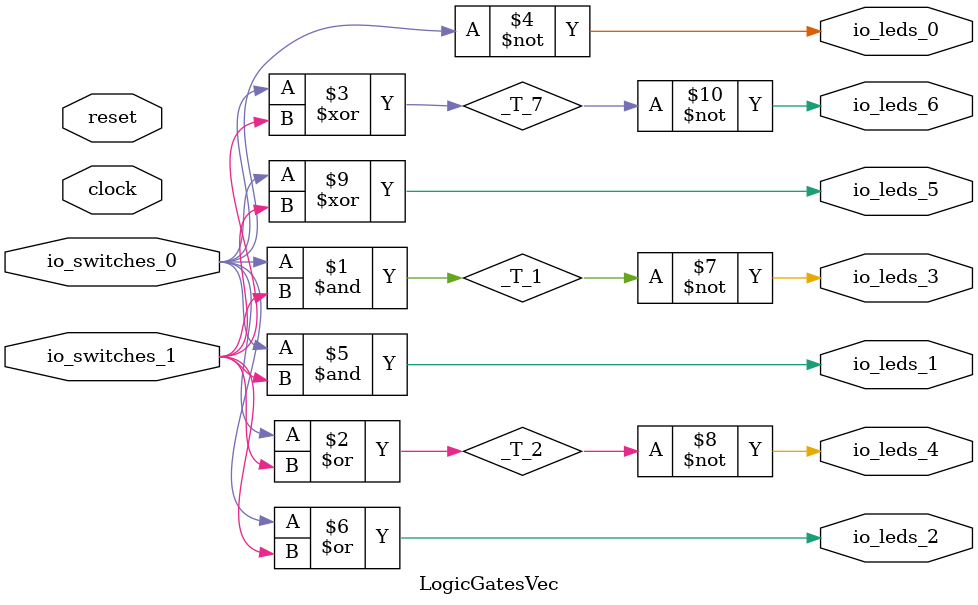
<source format=v>
module LogicGatesVec(
  input   clock,
  input   reset,
  input   io_switches_0,
  input   io_switches_1,
  output  io_leds_0,
  output  io_leds_1,
  output  io_leds_2,
  output  io_leds_3,
  output  io_leds_4,
  output  io_leds_5,
  output  io_leds_6
);
  wire  _T_1 = io_switches_0 & io_switches_1; // @[LogicGatesVec.scala 19:35]
  wire  _T_2 = io_switches_0 | io_switches_1; // @[LogicGatesVec.scala 20:35]
  wire  _T_7 = io_switches_0 ^ io_switches_1; // @[LogicGatesVec.scala 23:35]
  assign io_leds_0 = ~io_switches_0; // @[LogicGatesVec.scala 18:17]
  assign io_leds_1 = io_switches_0 & io_switches_1; // @[LogicGatesVec.scala 19:17]
  assign io_leds_2 = io_switches_0 | io_switches_1; // @[LogicGatesVec.scala 20:17]
  assign io_leds_3 = ~_T_1; // @[LogicGatesVec.scala 21:17]
  assign io_leds_4 = ~_T_2; // @[LogicGatesVec.scala 22:17]
  assign io_leds_5 = io_switches_0 ^ io_switches_1; // @[LogicGatesVec.scala 23:17]
  assign io_leds_6 = ~_T_7; // @[LogicGatesVec.scala 24:17]
endmodule

</source>
